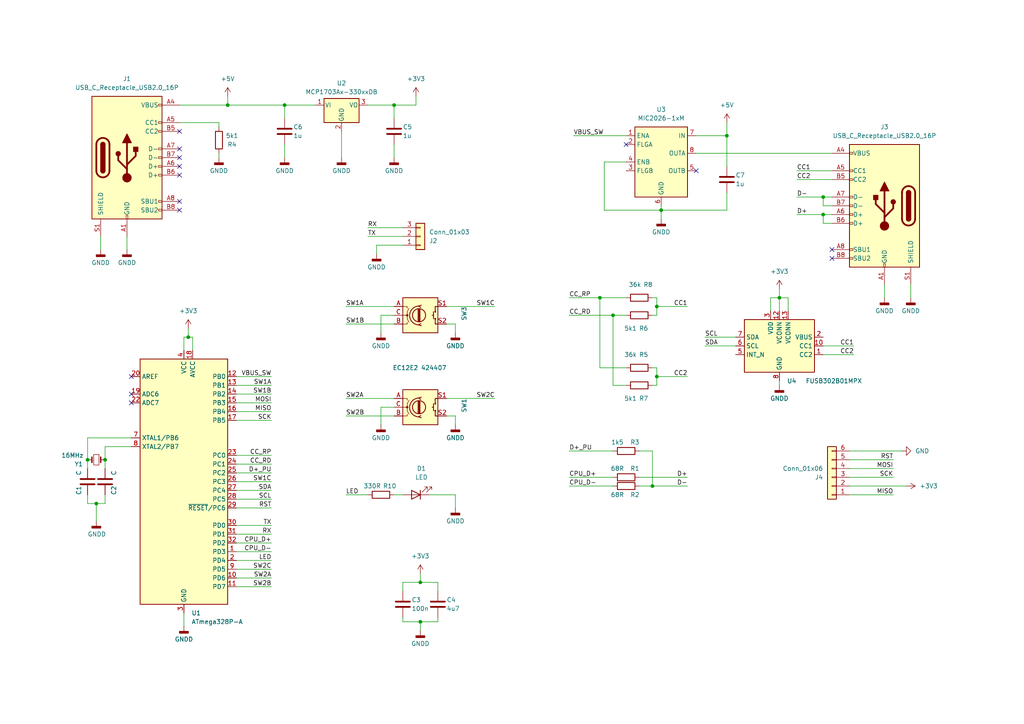
<source format=kicad_sch>
(kicad_sch (version 20230121) (generator eeschema)
  (paper "A4")
  (title_block (title "phonectl") (date "2024-03-20") (rev "2.0"))
  (lib_symbols
    (symbol "Connector:USB_C_Receptacle_USB2.0_16P" (pin_names (offset 1.016))
      (property "Reference" "J" (at 0 22.225 0))
      (property "Value" "USB_C_Receptacle_USB2.0_16P" (at 0 19.685 0))
      (symbol "USB_C_Receptacle_USB2.0_16P_0_0"
        (rectangle (start -0.254 -17.78) (end 0.254 -16.764))
        (rectangle (start 10.16 -14.986) (end 9.144 -15.494))
        (rectangle (start 10.16 -12.446) (end 9.144 -12.954))
        (rectangle (start 10.16 -4.826) (end 9.144 -5.334))
        (rectangle (start 10.16 -2.286) (end 9.144 -2.794))
        (rectangle (start 10.16 0.254) (end 9.144 -0.254))
        (rectangle (start 10.16 2.794) (end 9.144 2.286))
        (rectangle (start 10.16 7.874) (end 9.144 7.366))
        (rectangle (start 10.16 10.414) (end 9.144 9.906))
        (rectangle (start 10.16 15.494) (end 9.144 14.986))
      )
      (symbol "USB_C_Receptacle_USB2.0_16P_0_1"
        (rectangle (start -10.16 17.78) (end 10.16 -17.78) (stroke (width 0.254)) (fill (type background)))
        (arc (start -8.89 -3.81) (mid -6.985 -5.7067) (end -5.08 -3.81) (stroke (width 0.508)))
        (arc (start -7.62 -3.81) (mid -6.985 -4.4423) (end -6.35 -3.81) (stroke (width 0.254)))
        (arc (start -7.62 -3.81) (mid -6.985 -4.4423) (end -6.35 -3.81) (stroke (width 0.254)) (fill (type outline)))
        (rectangle (start -7.62 -3.81) (end -6.35 3.81) (stroke (width 0.254)) (fill (type outline)))
        (arc (start -6.35 3.81) (mid -6.985 4.4423) (end -7.62 3.81) (stroke (width 0.254)))
        (arc (start -6.35 3.81) (mid -6.985 4.4423) (end -7.62 3.81) (stroke (width 0.254)) (fill (type outline)))
        (arc (start -5.08 3.81) (mid -6.985 5.7067) (end -8.89 3.81) (stroke (width 0.508)))
        (circle (center -2.54 1.143) (radius 0.635) (stroke (width 0.254)) (fill (type outline)))
        (circle (center 0 -5.842) (radius 1.27) (fill (type outline)))
        (polyline (pts (xy -8.89 -3.81) (xy -8.89 3.81)) (stroke (width 0.508)))
        (polyline (pts (xy -5.08 3.81) (xy -5.08 -3.81)) (stroke (width 0.508)))
        (polyline (pts (xy 0 -5.842) (xy 0 4.318)) (stroke (width 0.508)))
        (polyline (pts (xy 0 -3.302) (xy -2.54 -0.762) (xy -2.54 0.508)) (stroke (width 0.508)))
        (polyline (pts (xy 0 -2.032) (xy 2.54 0.508) (xy 2.54 1.778)) (stroke (width 0.508)))
        (polyline (pts (xy -1.27 4.318) (xy 0 6.858) (xy 1.27 4.318) (xy -1.27 4.318)) (stroke (width 0.254)) (fill (type outline)))
        (rectangle (start 1.905 1.778) (end 3.175 3.048) (stroke (width 0.254)) (fill (type outline)))
      )
      (symbol "USB_C_Receptacle_USB2.0_16P_1_1"
        (pin passive line (at 0 -22.86 90) (length 5.08) (name "GND") (number "A1"))
        (pin passive line (at 0 -22.86 90) (length 5.08) hide (name "GND") (number "A12"))
        (pin passive line (at 15.24 15.24 180) (length 5.08) (name "VBUS") (number "A4"))
        (pin bidirectional line (at 15.24 10.16 180) (length 5.08) (name "CC1") (number "A5"))
        (pin bidirectional line (at 15.24 -2.54 180) (length 5.08) (name "D+") (number "A6"))
        (pin bidirectional line (at 15.24 2.54 180) (length 5.08) (name "D-") (number "A7"))
        (pin bidirectional line (at 15.24 -12.7 180) (length 5.08) (name "SBU1") (number "A8"))
        (pin passive line (at 15.24 15.24 180) (length 5.08) hide (name "VBUS") (number "A9"))
        (pin passive line (at 0 -22.86 90) (length 5.08) hide (name "GND") (number "B1"))
        (pin passive line (at 0 -22.86 90) (length 5.08) hide (name "GND") (number "B12"))
        (pin passive line (at 15.24 15.24 180) (length 5.08) hide (name "VBUS") (number "B4"))
        (pin bidirectional line (at 15.24 7.62 180) (length 5.08) (name "CC2") (number "B5"))
        (pin bidirectional line (at 15.24 -5.08 180) (length 5.08) (name "D+") (number "B6"))
        (pin bidirectional line (at 15.24 0 180) (length 5.08) (name "D-") (number "B7"))
        (pin bidirectional line (at 15.24 -15.24 180) (length 5.08) (name "SBU2") (number "B8"))
        (pin passive line (at 15.24 15.24 180) (length 5.08) hide (name "VBUS") (number "B9"))
        (pin passive line (at -7.62 -22.86 90) (length 5.08) (name "SHIELD") (number "S1"))
      )
    )
    (symbol "Connector_Generic:Conn_01x03" (pin_names (offset 1.016) hide)
      (property "Reference" "J" (at 0 5.08 0))
      (property "Value" "Conn_01x03" (at 0 -5.08 0))
      (symbol "Conn_01x03_1_1"
        (rectangle (start -1.27 -2.413) (end 0 -2.667) (stroke (width 0.1524)))
        (rectangle (start -1.27 0.127) (end 0 -0.127) (stroke (width 0.1524)))
        (rectangle (start -1.27 2.667) (end 0 2.413) (stroke (width 0.1524)))
        (rectangle (start -1.27 3.81) (end 1.27 -3.81) (stroke (width 0.254)) (fill (type background)))
        (pin passive line (at -5.08 2.54 0) (length 3.81) (name "Pin_1") (number "1"))
        (pin passive line (at -5.08 0 0) (length 3.81) (name "Pin_2") (number "2"))
        (pin passive line (at -5.08 -2.54 0) (length 3.81) (name "Pin_3") (number "3"))
      )
    )
    (symbol "Connector_Generic:Conn_01x06" (pin_names (offset 1.016) hide)
      (property "Reference" "J" (at 0 7.62 0))
      (property "Value" "Conn_01x06" (at 0 -10.16 0))
      (symbol "Conn_01x06_1_1"
        (rectangle (start -1.27 -7.493) (end 0 -7.747) (stroke (width 0.1524)))
        (rectangle (start -1.27 -4.953) (end 0 -5.207) (stroke (width 0.1524)))
        (rectangle (start -1.27 -2.413) (end 0 -2.667) (stroke (width 0.1524)))
        (rectangle (start -1.27 0.127) (end 0 -0.127) (stroke (width 0.1524)))
        (rectangle (start -1.27 2.667) (end 0 2.413) (stroke (width 0.1524)))
        (rectangle (start -1.27 5.207) (end 0 4.953) (stroke (width 0.1524)))
        (rectangle (start -1.27 6.35) (end 1.27 -8.89) (stroke (width 0.254)) (fill (type background)))
        (pin passive line (at -5.08 5.08 0) (length 3.81) (name "Pin_1") (number "1"))
        (pin passive line (at -5.08 2.54 0) (length 3.81) (name "Pin_2") (number "2"))
        (pin passive line (at -5.08 0 0) (length 3.81) (name "Pin_3") (number "3"))
        (pin passive line (at -5.08 -2.54 0) (length 3.81) (name "Pin_4") (number "4"))
        (pin passive line (at -5.08 -5.08 0) (length 3.81) (name "Pin_5") (number "5"))
        (pin passive line (at -5.08 -7.62 0) (length 3.81) (name "Pin_6") (number "6"))
      )
    )
    (symbol "Device:C" (pin_numbers hide) (pin_names (offset 0.254))
      (property "Reference" "C" (at 0.635 2.54 0))
      (property "Value" "C" (at 0.635 -2.54 0))
      (symbol "C_0_1"
        (polyline (pts (xy -2.032 -0.762) (xy 2.032 -0.762)) (stroke (width 0.508)))
        (polyline (pts (xy -2.032 0.762) (xy 2.032 0.762)) (stroke (width 0.508)))
      )
      (symbol "C_1_1"
        (pin passive line (at 0 3.81 270) (length 2.794) (name "~") (number "1"))
        (pin passive line (at 0 -3.81 90) (length 2.794) (name "~") (number "2"))
      )
    )
    (symbol "Device:Crystal_Small" (pin_numbers hide) (pin_names (offset 1.016) hide)
      (property "Reference" "Y" (at 0 2.54 0))
      (property "Value" "Crystal_Small" (at 0 -2.54 0))
      (symbol "Crystal_Small_0_1"
        (rectangle (start -0.762 -1.524) (end 0.762 1.524))
        (polyline (pts (xy -1.27 -0.762) (xy -1.27 0.762)) (stroke (width 0.381)))
        (polyline (pts (xy 1.27 -0.762) (xy 1.27 0.762)) (stroke (width 0.381)))
      )
      (symbol "Crystal_Small_1_1"
        (pin passive line (at -2.54 0 0) (length 1.27) (name "1") (number "1"))
        (pin passive line (at 2.54 0 180) (length 1.27) (name "2") (number "2"))
      )
    )
    (symbol "Device:LED" (pin_numbers hide) (pin_names (offset 1.016) hide)
      (property "Reference" "D" (at 0 2.54 0))
      (property "Value" "LED" (at 0 -2.54 0))
      (symbol "LED_0_1"
        (polyline (pts (xy -1.27 -1.27) (xy -1.27 1.27)) (stroke (width 0.254)))
        (polyline (pts (xy -1.27 0) (xy 1.27 0)))
        (polyline (pts (xy 1.27 -1.27) (xy 1.27 1.27) (xy -1.27 0) (xy 1.27 -1.27)) (stroke (width 0.254)))
        (polyline (pts (xy -3.048 -0.762) (xy -4.572 -2.286) (xy -3.81 -2.286) (xy -4.572 -2.286) (xy -4.572 -1.524)))
        (polyline (pts (xy -1.778 -0.762) (xy -3.302 -2.286) (xy -2.54 -2.286) (xy -3.302 -2.286) (xy -3.302 -1.524)))
      )
      (symbol "LED_1_1"
        (pin passive line (at -3.81 0 0) (length 2.54) (name "K") (number "1"))
        (pin passive line (at 3.81 0 180) (length 2.54) (name "A") (number "2"))
      )
    )
    (symbol "Device:R" (pin_numbers hide) (pin_names (offset 0))
      (property "Reference" "R" (at 2.032 0 90))
      (property "Value" "R" (at 0 0 90))
      (symbol "R_0_1"
        (rectangle (start -1.016 -2.54) (end 1.016 2.54) (stroke (width 0.254)))
      )
      (symbol "R_1_1"
        (pin passive line (at 0 3.81 270) (length 1.27) (name "~") (number "1"))
        (pin passive line (at 0 -3.81 90) (length 1.27) (name "~") (number "2"))
      )
    )
    (symbol "Device:RotaryEncoder_Switch" (pin_names (offset 0.254) hide)
      (property "Reference" "SW" (at 0 6.604 0))
      (property "Value" "RotaryEncoder_Switch" (at 0 -6.604 0))
      (symbol "RotaryEncoder_Switch_0_1"
        (rectangle (start -5.08 5.08) (end 5.08 -5.08) (stroke (width 0.254)) (fill (type background)))
        (circle (center -3.81 0) (radius 0.254) (fill (type outline)))
        (circle (center -0.381 0) (radius 1.905) (stroke (width 0.254)))
        (arc (start -0.381 2.667) (mid -3.0988 -0.0635) (end -0.381 -2.794) (stroke (width 0.254)))
        (polyline (pts (xy -0.635 -1.778) (xy -0.635 1.778)) (stroke (width 0.254)))
        (polyline (pts (xy -0.381 -1.778) (xy -0.381 1.778)) (stroke (width 0.254)))
        (polyline (pts (xy -0.127 1.778) (xy -0.127 -1.778)) (stroke (width 0.254)))
        (polyline (pts (xy 3.81 0) (xy 3.429 0)) (stroke (width 0.254)))
        (polyline (pts (xy 3.81 1.016) (xy 3.81 -1.016)) (stroke (width 0.254)))
        (polyline (pts (xy -5.08 -2.54) (xy -3.81 -2.54) (xy -3.81 -2.032)))
        (polyline (pts (xy -5.08 2.54) (xy -3.81 2.54) (xy -3.81 2.032)))
        (polyline (pts (xy 0.254 -3.048) (xy -0.508 -2.794) (xy 0.127 -2.413)) (stroke (width 0.254)))
        (polyline (pts (xy 0.254 2.921) (xy -0.508 2.667) (xy 0.127 2.286)) (stroke (width 0.254)))
        (polyline (pts (xy 5.08 -2.54) (xy 4.318 -2.54) (xy 4.318 -1.016)) (stroke (width 0.254)))
        (polyline (pts (xy 5.08 2.54) (xy 4.318 2.54) (xy 4.318 1.016)) (stroke (width 0.254)))
        (polyline (pts (xy -5.08 0) (xy -3.81 0) (xy -3.81 -1.016) (xy -3.302 -2.032)))
        (polyline (pts (xy -4.318 0) (xy -3.81 0) (xy -3.81 1.016) (xy -3.302 2.032)))
        (circle (center 4.318 -1.016) (radius 0.127) (stroke (width 0.254)))
        (circle (center 4.318 1.016) (radius 0.127) (stroke (width 0.254)))
      )
      (symbol "RotaryEncoder_Switch_1_1"
        (pin passive line (at -7.62 2.54 0) (length 2.54) (name "A") (number "A"))
        (pin passive line (at -7.62 -2.54 0) (length 2.54) (name "B") (number "B"))
        (pin passive line (at -7.62 0 0) (length 2.54) (name "C") (number "C"))
        (pin passive line (at 7.62 2.54 180) (length 2.54) (name "S1") (number "S1"))
        (pin passive line (at 7.62 -2.54 180) (length 2.54) (name "S2") (number "S2"))
      )
    )
    (symbol "Interface_USB:FUSB302B01MPX"
      (property "Reference" "U" (at -10.16 8.89 0))
      (property "Value" "FUSB302B01MPX" (at 3.81 8.89 0))
      (symbol "FUSB302B01MPX_0_1"
        (rectangle (start -10.16 7.62) (end 10.16 -7.62) (stroke (width 0.254)) (fill (type background)))
      )
      (symbol "FUSB302B01MPX_1_1"
        (pin bidirectional line (at 12.7 -2.54 180) (length 2.54) (name "CC2") (number "1"))
        (pin bidirectional line (at 12.7 0 180) (length 2.54) (name "CC1") (number "10"))
        (pin bidirectional line (at 12.7 0 180) (length 2.54) hide (name "CC1") (number "11"))
        (pin power_in line (at 0 10.16 270) (length 2.54) (name "VCONN") (number "12"))
        (pin power_in line (at 2.54 10.16 270) (length 2.54) (name "VCONN") (number "13"))
        (pin bidirectional line (at 12.7 -2.54 180) (length 2.54) hide (name "CC2") (number "14"))
        (pin passive line (at 0 -10.16 90) (length 2.54) hide (name "GND") (number "15"))
        (pin input line (at 12.7 2.54 180) (length 2.54) (name "VBUS") (number "2"))
        (pin power_in line (at -2.54 10.16 270) (length 2.54) (name "VDD") (number "3"))
        (pin passive line (at -2.54 10.16 270) (length 2.54) hide (name "VDD") (number "4"))
        (pin open_collector line (at -12.7 -2.54 0) (length 2.54) (name "INT_N") (number "5"))
        (pin input line (at -12.7 0 0) (length 2.54) (name "SCL") (number "6"))
        (pin bidirectional line (at -12.7 2.54 0) (length 2.54) (name "SDA") (number "7"))
        (pin power_in line (at 0 -10.16 90) (length 2.54) (name "GND") (number "8"))
        (pin passive line (at 0 -10.16 90) (length 2.54) hide (name "GND") (number "9"))
      )
    )
    (symbol "MCU_Microchip_ATmega:ATmega328P-A"
      (property "Reference" "U1" (at 2.1941 -38.1 0))
      (property "Value" "ATmega328P-A" (at 2.1941 -40.64 0))
      (symbol "ATmega328P-A_0_1"
        (rectangle (start -12.7 -35.56) (end 12.7 35.56) (stroke (width 0.254)) (fill (type background)))
      )
      (symbol "ATmega328P-A_1_1"
        (pin bidirectional line (at 15.24 -20.32 180) (length 2.54) (name "PD3") (number "1"))
        (pin bidirectional line (at 15.24 -27.94 180) (length 2.54) (name "PD6") (number "10"))
        (pin bidirectional line (at 15.24 -30.48 180) (length 2.54) (name "PD7") (number "11"))
        (pin bidirectional line (at 15.24 30.48 180) (length 2.54) (name "PB0") (number "12"))
        (pin bidirectional line (at 15.24 27.94 180) (length 2.54) (name "PB1") (number "13"))
        (pin bidirectional line (at 15.24 25.4 180) (length 2.54) (name "PB2") (number "14"))
        (pin bidirectional line (at 15.24 22.86 180) (length 2.54) (name "PB3") (number "15"))
        (pin bidirectional line (at 15.24 20.32 180) (length 2.54) (name "PB4") (number "16"))
        (pin bidirectional line (at 15.24 17.78 180) (length 2.54) (name "PB5") (number "17"))
        (pin power_in line (at 2.54 38.1 270) (length 2.54) (name "AVCC") (number "18"))
        (pin input line (at -15.24 25.4 0) (length 2.54) (name "ADC6") (number "19"))
        (pin bidirectional line (at 15.24 -22.86 180) (length 2.54) (name "PD4") (number "2"))
        (pin passive line (at -15.24 30.48 0) (length 2.54) (name "AREF") (number "20"))
        (pin passive line (at 0 -38.1 90) (length 2.54) hide (name "GND") (number "21"))
        (pin input line (at -15.24 22.86 0) (length 2.54) (name "ADC7") (number "22"))
        (pin bidirectional line (at 15.24 7.62 180) (length 2.54) (name "PC0") (number "23"))
        (pin bidirectional line (at 15.24 5.08 180) (length 2.54) (name "PC1") (number "24"))
        (pin bidirectional line (at 15.24 2.54 180) (length 2.54) (name "PC2") (number "25"))
        (pin bidirectional line (at 15.24 0 180) (length 2.54) (name "PC3") (number "26"))
        (pin bidirectional line (at 15.24 -2.54 180) (length 2.54) (name "PC4") (number "27"))
        (pin bidirectional line (at 15.24 -5.08 180) (length 2.54) (name "PC5") (number "28"))
        (pin bidirectional line (at 15.24 -7.62 180) (length 2.54) (name "~{RESET}/PC6") (number "29"))
        (pin power_in line (at 0 -38.1 90) (length 2.54) (name "GND") (number "3"))
        (pin bidirectional line (at 15.24 -12.7 180) (length 2.54) (name "PD0") (number "30"))
        (pin bidirectional line (at 15.24 -15.24 180) (length 2.54) (name "PD1") (number "31"))
        (pin bidirectional line (at 15.24 -17.78 180) (length 2.54) (name "PD2") (number "32"))
        (pin power_in line (at 0 38.1 270) (length 2.54) (name "VCC") (number "4"))
        (pin passive line (at 0 -38.1 90) (length 2.54) hide (name "GND") (number "5"))
        (pin passive line (at 0 38.1 270) (length 2.54) hide (name "VCC") (number "6"))
        (pin bidirectional line (at -15.24 12.7 0) (length 2.54) (name "XTAL1/PB6") (number "7"))
        (pin bidirectional line (at -15.24 10.16 0) (length 2.54) (name "XTAL2/PB7") (number "8"))
        (pin bidirectional line (at 15.24 -25.4 180) (length 2.54) (name "PD5") (number "9"))
      )
    )
    (symbol "Power_Management:MIC2026-1xM"
      (property "Reference" "U" (at -7.62 11.43 0))
      (property "Value" "MIC2026-1xM" (at 12.7 11.43 0))
      (symbol "MIC2026-1xM_0_1"
        (rectangle (start -7.62 -10.16) (end 7.62 10.16) (stroke (width 0.254)) (fill (type background)))
      )
      (symbol "MIC2026-1xM_1_1"
        (pin input line (at -10.16 7.62 0) (length 2.54) (name "ENA") (number "1"))
        (pin output line (at -10.16 5.08 0) (length 2.54) (name "FLGA") (number "2"))
        (pin output line (at -10.16 -2.54 0) (length 2.54) (name "FLGB") (number "3"))
        (pin input line (at -10.16 0 0) (length 2.54) (name "ENB") (number "4"))
        (pin power_out line (at 10.16 -2.54 180) (length 2.54) (name "OUTB") (number "5"))
        (pin power_in line (at 0 -12.7 90) (length 2.54) (name "GND") (number "6"))
        (pin power_in line (at 10.16 7.62 180) (length 2.54) (name "IN") (number "7"))
        (pin power_out line (at 10.16 2.54 180) (length 2.54) (name "OUTA") (number "8"))
      )
    )
    (symbol "Regulator_Linear:MCP1703Ax-330xxDB" (pin_names (offset 0.254))
      (property "Reference" "U" (at -3.81 3.175 0))
      (property "Value" "MCP1703Ax-330xxDB" (at 0 3.175 0))
      (symbol "MCP1703Ax-330xxDB_0_1"
        (rectangle (start -5.08 -5.08) (end 5.08 1.905) (stroke (width 0.254)) (fill (type background)))
      )
      (symbol "MCP1703Ax-330xxDB_1_1"
        (pin power_in line (at -7.62 0 0) (length 2.54) (name "VI") (number "1"))
        (pin power_in line (at 0 -7.62 90) (length 2.54) (name "GND") (number "2"))
        (pin power_out line (at 7.62 0 180) (length 2.54) (name "VO") (number "3"))
      )
    )
    (symbol "power:+3V3" (power) (pin_names (offset 0))
      (property "Value" "+3V3" (at 0 3.556 0))
      (symbol "+3V3_0_1"
        (polyline (pts (xy -0.762 1.27) (xy 0 2.54)))
        (polyline (pts (xy 0 0) (xy 0 2.54)))
        (polyline (pts (xy 0 2.54) (xy 0.762 1.27)))
      )
      (symbol "+3V3_1_1"
        (pin power_in line (at 0 0 90) (length 0) hide (name "+3V3") (number "1"))
      )
    )
    (symbol "power:+5V" (power) (pin_names (offset 0))
      (property "Value" "+5V" (at 0 3.556 0))
      (symbol "+5V_0_1"
        (polyline (pts (xy -0.762 1.27) (xy 0 2.54)))
        (polyline (pts (xy 0 0) (xy 0 2.54)))
        (polyline (pts (xy 0 2.54) (xy 0.762 1.27)))
      )
      (symbol "+5V_1_1"
        (pin power_in line (at 0 0 90) (length 0) hide (name "+5V") (number "1"))
      )
    )
    (symbol "power:GND" (power) (pin_names (offset 0))
      (property "Value" "GND" (at 0 -3.81 0))
      (symbol "GND_0_1"
        (polyline (pts (xy 0 0) (xy 0 -1.27) (xy 1.27 -1.27) (xy 0 -2.54) (xy -1.27 -1.27) (xy 0 -1.27)))
      )
      (symbol "GND_1_1"
        (pin power_in line (at 0 0 270) (length 0) hide (name "GND") (number "1"))
      )
    )
    (symbol "power:GNDD" (power) (pin_names (offset 0))
      (property "Value" "GNDD" (at 0 -3.175 0))
      (symbol "GNDD_0_1"
        (rectangle (start -1.27 -1.524) (end 1.27 -2.032) (stroke (width 0.254)) (fill (type outline)))
        (polyline (pts (xy 0 0) (xy 0 -1.524)))
      )
      (symbol "GNDD_1_1"
        (pin power_in line (at 0 0 270) (length 0) hide (name "GNDD") (number "1"))
      )
    )
  )
  (junction (at 191.77 60.96))
  (junction (at 190.5 88.9))
  (junction (at 30.48 133.35))
  (junction (at 226.06 86.36))
  (junction (at 238.76 57.15))
  (junction (at 82.55 30.48))
  (junction (at 114.3 30.48))
  (junction (at 54.61 97.79))
  (junction (at 25.4 133.35))
  (junction (at 177.8 91.44))
  (junction (at 210.82 39.37))
  (junction (at 238.76 62.23))
  (junction (at 189.23 140.97))
  (junction (at 66.04 30.48))
  (junction (at 121.92 180.34))
  (junction (at 190.5 109.22))
  (junction (at 121.92 168.91))
  (junction (at 27.94 146.05))
  (junction (at 173.99 86.36))
  (no_connect (at 201.93 49.53))
  (no_connect (at 38.1 116.84))
  (no_connect (at 241.3 72.39))
  (no_connect (at 52.07 38.1))
  (no_connect (at 38.1 114.3))
  (no_connect (at 241.3 74.93))
  (no_connect (at 52.07 60.96))
  (no_connect (at 181.61 41.91))
  (no_connect (at 52.07 48.26))
  (no_connect (at 52.07 58.42))
  (no_connect (at 52.07 50.8))
  (no_connect (at 38.1 109.22))
  (no_connect (at 52.07 43.18))
  (no_connect (at 52.07 45.72))
  (wire (pts (xy 238.76 102.87) (xy 247.65 102.87)))
  (wire (pts (xy 124.46 143.51) (xy 132.08 143.51)))
  (wire (pts (xy 66.04 27.94) (xy 66.04 30.48)))
  (wire (pts (xy 68.58 144.78) (xy 78.74 144.78)))
  (wire (pts (xy 114.3 91.44) (xy 110.49 91.44)))
  (wire (pts (xy 68.58 157.48) (xy 78.74 157.48)))
  (wire (pts (xy 116.84 179.07) (xy 116.84 180.34)))
  (wire (pts (xy 127 180.34) (xy 127 179.07)))
  (wire (pts (xy 132.08 93.98) (xy 132.08 96.52)))
  (wire (pts (xy 109.22 71.12) (xy 116.84 71.12)))
  (wire (pts (xy 100.33 115.57) (xy 114.3 115.57)))
  (wire (pts (xy 53.34 177.8) (xy 53.34 181.61)))
  (wire (pts (xy 68.58 142.24) (xy 78.74 142.24)))
  (wire (pts (xy 210.82 55.88) (xy 210.82 60.96)))
  (wire (pts (xy 30.48 133.35) (xy 30.48 129.54)))
  (wire (pts (xy 189.23 130.81) (xy 189.23 140.97)))
  (wire (pts (xy 55.88 97.79) (xy 55.88 101.6)))
  (wire (pts (xy 177.8 111.76) (xy 181.61 111.76)))
  (wire (pts (xy 100.33 93.98) (xy 114.3 93.98)))
  (wire (pts (xy 238.76 57.15) (xy 231.14 57.15)))
  (wire (pts (xy 143.51 88.9) (xy 129.54 88.9)))
  (wire (pts (xy 241.3 62.23) (xy 238.76 62.23)))
  (wire (pts (xy 228.6 86.36) (xy 228.6 90.17)))
  (wire (pts (xy 173.99 106.68) (xy 181.61 106.68)))
  (wire (pts (xy 165.1 140.97) (xy 177.8 140.97)))
  (wire (pts (xy 100.33 88.9) (xy 114.3 88.9)))
  (wire (pts (xy 210.82 35.56) (xy 210.82 39.37)))
  (wire (pts (xy 177.8 91.44) (xy 181.61 91.44)))
  (wire (pts (xy 189.23 91.44) (xy 190.5 91.44)))
  (wire (pts (xy 210.82 39.37) (xy 201.93 39.37)))
  (wire (pts (xy 132.08 120.65) (xy 132.08 123.19)))
  (wire (pts (xy 238.76 59.69) (xy 241.3 59.69)))
  (wire (pts (xy 226.06 110.49) (xy 226.06 111.76)))
  (wire (pts (xy 52.07 35.56) (xy 63.5 35.56)))
  (wire (pts (xy 100.33 143.51) (xy 106.68 143.51)))
  (wire (pts (xy 259.08 135.89) (xy 246.38 135.89)))
  (wire (pts (xy 30.48 133.35) (xy 30.48 135.89)))
  (wire (pts (xy 226.06 86.36) (xy 228.6 86.36)))
  (wire (pts (xy 68.58 160.02) (xy 78.74 160.02)))
  (wire (pts (xy 82.55 30.48) (xy 91.44 30.48)))
  (wire (pts (xy 129.54 120.65) (xy 132.08 120.65)))
  (wire (pts (xy 68.58 147.32) (xy 78.74 147.32)))
  (wire (pts (xy 53.34 101.6) (xy 53.34 97.79)))
  (wire (pts (xy 78.74 167.64) (xy 68.58 167.64)))
  (wire (pts (xy 106.68 30.48) (xy 114.3 30.48)))
  (wire (pts (xy 181.61 46.99) (xy 175.26 46.99)))
  (wire (pts (xy 82.55 41.91) (xy 82.55 45.72)))
  (wire (pts (xy 120.65 30.48) (xy 120.65 27.94)))
  (wire (pts (xy 114.3 30.48) (xy 120.65 30.48)))
  (wire (pts (xy 213.36 100.33) (xy 204.47 100.33)))
  (wire (pts (xy 78.74 170.18) (xy 68.58 170.18)))
  (wire (pts (xy 175.26 46.99) (xy 175.26 60.96)))
  (wire (pts (xy 127 168.91) (xy 127 171.45)))
  (wire (pts (xy 68.58 137.16) (xy 78.74 137.16)))
  (wire (pts (xy 78.74 111.76) (xy 68.58 111.76)))
  (wire (pts (xy 259.08 133.35) (xy 246.38 133.35)))
  (wire (pts (xy 68.58 152.4) (xy 78.74 152.4)))
  (wire (pts (xy 185.42 130.81) (xy 189.23 130.81)))
  (wire (pts (xy 29.21 68.58) (xy 29.21 72.39)))
  (wire (pts (xy 238.76 57.15) (xy 238.76 59.69)))
  (wire (pts (xy 190.5 86.36) (xy 190.5 88.9)))
  (wire (pts (xy 190.5 109.22) (xy 199.39 109.22)))
  (wire (pts (xy 173.99 86.36) (xy 181.61 86.36)))
  (wire (pts (xy 190.5 88.9) (xy 199.39 88.9)))
  (wire (pts (xy 68.58 119.38) (xy 78.74 119.38)))
  (wire (pts (xy 226.06 86.36) (xy 226.06 90.17)))
  (wire (pts (xy 259.08 143.51) (xy 246.38 143.51)))
  (wire (pts (xy 27.94 146.05) (xy 27.94 151.13)))
  (wire (pts (xy 53.34 97.79) (xy 54.61 97.79)))
  (wire (pts (xy 199.39 140.97) (xy 189.23 140.97)))
  (wire (pts (xy 201.93 44.45) (xy 241.3 44.45)))
  (wire (pts (xy 38.1 127) (xy 25.4 127)))
  (wire (pts (xy 264.16 82.55) (xy 264.16 86.36)))
  (wire (pts (xy 210.82 39.37) (xy 210.82 48.26)))
  (wire (pts (xy 165.1 130.81) (xy 177.8 130.81)))
  (wire (pts (xy 121.92 180.34) (xy 121.92 182.88)))
  (wire (pts (xy 238.76 62.23) (xy 231.14 62.23)))
  (wire (pts (xy 116.84 66.04) (xy 106.68 66.04)))
  (wire (pts (xy 100.33 120.65) (xy 114.3 120.65)))
  (wire (pts (xy 175.26 60.96) (xy 191.77 60.96)))
  (wire (pts (xy 121.92 180.34) (xy 127 180.34)))
  (wire (pts (xy 114.3 118.11) (xy 110.49 118.11)))
  (wire (pts (xy 68.58 121.92) (xy 78.74 121.92)))
  (wire (pts (xy 213.36 97.79) (xy 204.47 97.79)))
  (wire (pts (xy 166.37 39.37) (xy 181.61 39.37)))
  (wire (pts (xy 114.3 143.51) (xy 116.84 143.51)))
  (wire (pts (xy 54.61 97.79) (xy 55.88 97.79)))
  (wire (pts (xy 68.58 116.84) (xy 78.74 116.84)))
  (wire (pts (xy 246.38 140.97) (xy 262.89 140.97)))
  (wire (pts (xy 132.08 143.51) (xy 132.08 147.32)))
  (wire (pts (xy 38.1 129.54) (xy 30.48 129.54)))
  (wire (pts (xy 68.58 162.56) (xy 78.74 162.56)))
  (wire (pts (xy 25.4 133.35) (xy 25.4 135.89)))
  (wire (pts (xy 238.76 62.23) (xy 238.76 64.77)))
  (wire (pts (xy 116.84 171.45) (xy 116.84 168.91)))
  (wire (pts (xy 68.58 154.94) (xy 78.74 154.94)))
  (wire (pts (xy 189.23 106.68) (xy 190.5 106.68)))
  (wire (pts (xy 110.49 118.11) (xy 110.49 123.19)))
  (wire (pts (xy 116.84 168.91) (xy 121.92 168.91)))
  (wire (pts (xy 82.55 30.48) (xy 82.55 34.29)))
  (wire (pts (xy 30.48 143.51) (xy 30.48 146.05)))
  (wire (pts (xy 241.3 52.07) (xy 231.14 52.07)))
  (wire (pts (xy 165.1 86.36) (xy 173.99 86.36)))
  (wire (pts (xy 25.4 143.51) (xy 25.4 146.05)))
  (wire (pts (xy 54.61 95.25) (xy 54.61 97.79)))
  (wire (pts (xy 256.54 82.55) (xy 256.54 86.36)))
  (wire (pts (xy 121.92 168.91) (xy 127 168.91)))
  (wire (pts (xy 226.06 83.82) (xy 226.06 86.36)))
  (wire (pts (xy 63.5 44.45) (xy 63.5 45.72)))
  (wire (pts (xy 189.23 86.36) (xy 190.5 86.36)))
  (wire (pts (xy 177.8 91.44) (xy 177.8 111.76)))
  (wire (pts (xy 116.84 68.58) (xy 106.68 68.58)))
  (wire (pts (xy 223.52 90.17) (xy 223.52 86.36)))
  (wire (pts (xy 52.07 30.48) (xy 66.04 30.48)))
  (wire (pts (xy 190.5 106.68) (xy 190.5 109.22)))
  (wire (pts (xy 68.58 132.08) (xy 78.74 132.08)))
  (wire (pts (xy 173.99 86.36) (xy 173.99 106.68)))
  (wire (pts (xy 241.3 57.15) (xy 238.76 57.15)))
  (wire (pts (xy 191.77 59.69) (xy 191.77 60.96)))
  (wire (pts (xy 68.58 109.22) (xy 78.74 109.22)))
  (wire (pts (xy 259.08 138.43) (xy 246.38 138.43)))
  (wire (pts (xy 78.74 165.1) (xy 68.58 165.1)))
  (wire (pts (xy 78.74 114.3) (xy 68.58 114.3)))
  (wire (pts (xy 110.49 91.44) (xy 110.49 96.52)))
  (wire (pts (xy 241.3 64.77) (xy 238.76 64.77)))
  (wire (pts (xy 109.22 73.66) (xy 109.22 71.12)))
  (wire (pts (xy 189.23 111.76) (xy 190.5 111.76)))
  (wire (pts (xy 189.23 140.97) (xy 185.42 140.97)))
  (wire (pts (xy 238.76 100.33) (xy 247.65 100.33)))
  (wire (pts (xy 121.92 166.37) (xy 121.92 168.91)))
  (wire (pts (xy 129.54 93.98) (xy 132.08 93.98)))
  (wire (pts (xy 68.58 134.62) (xy 78.74 134.62)))
  (wire (pts (xy 191.77 60.96) (xy 191.77 63.5)))
  (wire (pts (xy 165.1 91.44) (xy 177.8 91.44)))
  (wire (pts (xy 25.4 127) (xy 25.4 133.35)))
  (wire (pts (xy 116.84 180.34) (xy 121.92 180.34)))
  (wire (pts (xy 99.06 38.1) (xy 99.06 45.72)))
  (wire (pts (xy 114.3 41.91) (xy 114.3 45.72)))
  (wire (pts (xy 241.3 49.53) (xy 231.14 49.53)))
  (wire (pts (xy 261.62 130.81) (xy 246.38 130.81)))
  (wire (pts (xy 63.5 35.56) (xy 63.5 36.83)))
  (wire (pts (xy 114.3 30.48) (xy 114.3 34.29)))
  (wire (pts (xy 190.5 88.9) (xy 190.5 91.44)))
  (wire (pts (xy 27.94 146.05) (xy 30.48 146.05)))
  (wire (pts (xy 185.42 138.43) (xy 199.39 138.43)))
  (wire (pts (xy 143.51 115.57) (xy 129.54 115.57)))
  (wire (pts (xy 210.82 60.96) (xy 191.77 60.96)))
  (wire (pts (xy 190.5 109.22) (xy 190.5 111.76)))
  (wire (pts (xy 66.04 30.48) (xy 82.55 30.48)))
  (wire (pts (xy 223.52 86.36) (xy 226.06 86.36)))
  (wire (pts (xy 165.1 138.43) (xy 177.8 138.43)))
  (wire (pts (xy 25.4 146.05) (xy 27.94 146.05)))
  (wire (pts (xy 78.74 139.7) (xy 68.58 139.7)))
  (wire (pts (xy 36.83 68.58) (xy 36.83 72.39)))
  (label "CC1" (at 247.65 100.33 180))
  (label "RX" (at 78.74 154.94 180))
  (label "SW1A" (at 78.74 111.76 180))
  (label "VBUS_SW" (at 166.37 39.37 0))
  (label "CC2" (at 199.39 109.22 180))
  (label "SW2A" (at 100.33 115.57 0))
  (label "CC_RD" (at 165.1 91.44 0))
  (label "SW2B" (at 100.33 120.65 0))
  (label "D+" (at 231.14 62.23 0))
  (label "D-" (at 231.14 57.15 0))
  (label "SW2C" (at 143.51 115.57 180))
  (label "LED" (at 78.74 162.56 180))
  (label "D+_PU" (at 78.74 137.16 180))
  (label "CC1" (at 231.14 49.53 0))
  (label "RST" (at 259.08 133.35 180))
  (label "SW2A" (at 78.74 167.64 180))
  (label "SW1B" (at 78.74 114.3 180))
  (label "CPU_D-" (at 165.1 140.97 0))
  (label "SW1C" (at 143.51 88.9 180))
  (label "RST" (at 78.74 147.32 180))
  (label "SW1C" (at 78.74 139.7 180))
  (label "CC_RP" (at 165.1 86.36 0))
  (label "CC_RP" (at 78.74 132.08 180))
  (label "SDA" (at 78.74 142.24 180))
  (label "RX" (at 106.68 66.04 0))
  (label "SDA" (at 204.47 100.33 0))
  (label "MISO" (at 78.74 119.38 180))
  (label "SCK" (at 259.08 138.43 180))
  (label "CPU_D+" (at 165.1 138.43 0))
  (label "SW2B" (at 78.74 170.18 180))
  (label "SCL" (at 204.47 97.79 0))
  (label "D+" (at 199.39 138.43 180))
  (label "SCK" (at 78.74 121.92 180))
  (label "D+_PU" (at 165.1 130.81 0))
  (label "CC_RD" (at 78.74 134.62 180))
  (label "D-" (at 199.39 140.97 180))
  (label "CC2" (at 231.14 52.07 0))
  (label "CPU_D-" (at 78.74 160.02 180))
  (label "SW1B" (at 100.33 93.98 0))
  (label "MOSI" (at 78.74 116.84 180))
  (label "MISO" (at 259.08 143.51 180))
  (label "SCL" (at 78.74 144.78 180))
  (label "MOSI" (at 259.08 135.89 180))
  (label "TX" (at 78.74 152.4 180))
  (label "CPU_D+" (at 78.74 157.48 180))
  (label "LED" (at 100.33 143.51 0))
  (label "CC1" (at 199.39 88.9 180))
  (label "VBUS_SW" (at 78.74 109.22 180))
  (label "TX" (at 106.68 68.58 0))
  (label "CC2" (at 247.65 102.87 180))
  (label "SW1A" (at 100.33 88.9 0))
  (label "SW2C" (at 78.74 165.1 180))
  (symbol (lib_id "power:GNDD") (at 29.21 72.39 0) (unit 1)
    (property "Reference" "#PWR011" (effects hide))
    (property "Value" "GNDD" (at 29.21 76.2 0))
  )
  (symbol (lib_id "power:GNDD") (at 132.08 123.19 0) (unit 1)
    (property "Reference" "#PWR019" (effects hide))
    (property "Value" "GNDD" (at 132.08 127 0))
  )
  (symbol (lib_id "Device:R") (at 181.61 130.81 270) (mirror x) (unit 1)
    (property "Reference" "R3" (at 184.15 128.27 90))
    (property "Value" "1k5" (at 179.07 128.27 90))
    (property "Footprint" "Resistor_SMD:R_0603_1608Metric" (effects hide))
  )
  (symbol (lib_id "Device:R") (at 63.5 40.64 180) (unit 1)
    (property "Reference" "R4" (at 67.31 41.91 0))
    (property "Value" "5k1" (at 67.31 39.37 0))
    (property "Footprint" "Resistor_SMD:R_0603_1608Metric" (effects hide))
  )
  (symbol (lib_id "power:+3V3") (at 120.65 27.94 0) (unit 1)
    (property "Reference" "#PWR06" (effects hide))
    (property "Value" "+3V3" (at 120.65 22.86 0))
  )
  (symbol (lib_id "power:+3V3") (at 54.61 95.25 0) (unit 1)
    (property "Reference" "#PWR020" (effects hide))
    (property "Value" "+3V3" (at 54.61 90.17 0))
  )
  (symbol (lib_id "Device:C") (at 82.55 38.1 180) (unit 1)
    (property "Reference" "C6" (at 85.09 36.83 0) (effects (justify right)))
    (property "Value" "1u" (at 85.09 39.37 0) (effects (justify right)))
    (property "Footprint" "Capacitor_SMD:C_0603_1608Metric" (effects hide))
  )
  (symbol (lib_id "Device:C") (at 25.4 139.7 0) (mirror y) (unit 1)
    (property "Reference" "C1" (at 22.86 142.24 90))
    (property "Value" "C" (at 22.86 137.16 90))
    (property "Footprint" "Capacitor_SMD:C_0603_1608Metric" (effects hide))
  )
  (symbol (lib_id "power:GNDD") (at 27.94 151.13 0) (mirror y) (unit 1)
    (property "Reference" "#PWR01" (effects hide))
    (property "Value" "GNDD" (at 25.4 154.94 0) (effects (justify right)))
  )
  (symbol (lib_id "power:GNDD") (at 132.08 96.52 0) (unit 1)
    (property "Reference" "#PWR03" (effects hide))
    (property "Value" "GNDD" (at 132.08 100.33 0))
  )
  (symbol (lib_id "Device:C") (at 116.84 175.26 180) (unit 1)
    (property "Reference" "C3" (at 119.38 173.99 0) (effects (justify right)))
    (property "Value" "100n" (at 119.38 176.53 0) (effects (justify right)))
    (property "Footprint" "Capacitor_SMD:C_0603_1608Metric" (effects hide))
  )
  (symbol (lib_id "Power_Management:MIC2026-1xM") (at 191.77 46.99 0) (unit 1)
    (property "Reference" "U3" (at 191.77 31.75 0))
    (property "Value" "MIC2026-1xM" (at 191.77 34.29 0))
    (property "Footprint" "Package_SO:SOIC-8_3.9x4.9mm_P1.27mm" (effects hide))
    (property "Datasheet" "https://ww1.microchip.com/downloads/aemDocuments/documents/APID/ProductDocuments/DataSheets/MIC2026-MIC2076-Dual-Channel-Power-Distribution-Switch-DS20006443A.pdf" (effects hide))
  )
  (symbol (lib_id "Interface_USB:FUSB302B01MPX") (at 226.06 100.33 0) (unit 1)
    (property "Reference" "U4" (at 228.2541 110.49 0) (effects (justify left)))
    (property "Value" "FUSB302B01MPX" (at 233.68 110.49 0) (effects (justify left)))
    (property "Footprint" "Package_DFN_QFN:WQFN-14-1EP_2.5x2.5mm_P0.5mm_EP1.45x1.45mm" (effects hide))
    (property "Datasheet" "http://www.onsemi.com/pub/Collateral/FUSB302B-D.PDF" (effects hide))
  )
  (symbol (lib_id "Device:Crystal_Small") (at 27.94 133.35 0) (mirror y) (unit 1)
    (property "Reference" "Y1" (at 21.59 134.62 0) (effects (justify right)))
    (property "Value" "16MHz" (at 17.78 132.08 0) (effects (justify right)))
    (property "Footprint" "Crystal:Crystal_SMD_Abracon_ABM3-2Pin_5.0x3.2mm_HandSoldering" (effects hide))
  )
  (symbol (lib_id "power:GNDD") (at 82.55 45.72 0) (unit 1)
    (property "Reference" "#PWR09" (effects hide))
    (property "Value" "GNDD" (at 82.55 49.53 0))
  )
  (symbol (lib_id "Device:RotaryEncoder_Switch") (at 121.92 118.11 0) (unit 1)
    (property "Reference" "SW1" (at 134.62 115.57 90) (effects (justify right)))
    (property "Value" "RotaryEncoder_Switch" (effects hide))
    (property "Footprint" "Rotary_Encoder:RotaryEncoder_Alps_EC11E-Switch_Vertical_H20mm" (effects hide))
  )
  (symbol (lib_id "power:GNDD") (at 99.06 45.72 0) (unit 1)
    (property "Reference" "#PWR07" (effects hide))
    (property "Value" "GNDD" (at 99.06 49.53 0))
  )
  (symbol (lib_id "power:GNDD") (at 132.08 147.32 0) (unit 1)
    (property "Reference" "#PWR021" (effects hide))
    (property "Value" "GNDD" (at 132.08 151.13 0))
  )
  (symbol (lib_id "power:GNDD") (at 110.49 96.52 0) (unit 1)
    (property "Reference" "#PWR017" (effects hide))
    (property "Value" "GNDD" (at 110.49 100.33 0))
  )
  (symbol (lib_id "power:GNDD") (at 53.34 181.61 0) (unit 1)
    (property "Reference" "#PWR02" (effects hide))
    (property "Value" "GNDD" (at 53.34 185.42 0))
  )
  (symbol (lib_id "power:GNDD") (at 114.3 45.72 0) (unit 1)
    (property "Reference" "#PWR08" (effects hide))
    (property "Value" "GNDD" (at 114.3 49.53 0))
  )
  (symbol (lib_id "power:GNDD") (at 36.83 72.39 0) (unit 1)
    (property "Reference" "#PWR012" (effects hide))
    (property "Value" "GNDD" (at 36.83 76.2 0))
  )
  (symbol (lib_id "Connector_Generic:Conn_01x03") (at 121.92 68.58 0) (mirror x) (unit 1)
    (property "Reference" "J2" (at 124.46 69.85 0) (effects (justify left)))
    (property "Value" "Conn_01x03" (at 124.46 67.31 0) (effects (justify left)))
    (property "Footprint" "Connector_PinHeader_2.54mm:PinHeader_1x03_P2.54mm_Vertical" (effects hide))
  )
  (symbol (lib_id "Device:R") (at 185.42 106.68 270) (unit 1)
    (property "Reference" "R5" (at 186.69 102.87 90))
    (property "Value" "36k" (at 182.88 102.87 90))
    (property "Footprint" "Resistor_SMD:R_0603_1608Metric" (effects hide))
  )
  (symbol (lib_id "power:GNDD") (at 121.92 182.88 0) (unit 1)
    (property "Reference" "#PWR04" (effects hide))
    (property "Value" "GNDD" (at 121.92 186.69 0))
  )
  (symbol (lib_id "Device:C") (at 210.82 52.07 180) (unit 1)
    (property "Reference" "C7" (at 213.36 50.8 0) (effects (justify right)))
    (property "Value" "1u" (at 213.36 53.34 0) (effects (justify right)))
    (property "Footprint" "Capacitor_SMD:C_0603_1608Metric" (effects hide))
  )
  (symbol (lib_id "Device:C") (at 127 175.26 180) (unit 1)
    (property "Reference" "C4" (at 129.54 173.99 0) (effects (justify right)))
    (property "Value" "4u7" (at 129.54 176.53 0) (effects (justify right)))
    (property "Footprint" "Capacitor_SMD:C_0603_1608Metric" (effects hide))
  )
  (symbol (lib_id "power:GND") (at 261.62 130.81 90) (unit 1)
    (property "Reference" "#PWR023" (effects hide))
    (property "Value" "GND" (at 265.43 130.81 90) (effects (justify right)))
  )
  (symbol (lib_id "Connector_Generic:Conn_01x06") (at 241.3 138.43 180) (unit 1)
    (property "Reference" "J4" (at 238.76 138.4301 0) (effects (justify left)))
    (property "Value" "Conn_01x06" (at 238.76 135.8901 0) (effects (justify left)))
    (property "Footprint" "Connector_PinHeader_2.54mm:PinHeader_2x03_P2.54mm_Vertical" (effects hide))
  )
  (symbol (lib_id "power:+5V") (at 210.82 35.56 0) (unit 1)
    (property "Reference" "#PWR022" (effects hide))
    (property "Value" "+5V" (at 210.82 30.48 0))
  )
  (symbol (lib_id "power:GNDD") (at 110.49 123.19 0) (unit 1)
    (property "Reference" "#PWR018" (effects hide))
    (property "Value" "GNDD" (at 110.49 127 0))
  )
  (symbol (lib_id "power:GNDD") (at 191.77 63.5 0) (unit 1)
    (property "Reference" "#PWR013" (effects hide))
    (property "Value" "GNDD" (at 191.77 67.31 0))
  )
  (symbol (lib_id "Device:R") (at 185.42 86.36 270) (unit 1)
    (property "Reference" "R8" (at 187.96 82.55 90))
    (property "Value" "36k" (at 184.15 82.55 90))
    (property "Footprint" "Resistor_SMD:R_0603_1608Metric" (effects hide))
  )
  (symbol (lib_id "power:GNDD") (at 264.16 86.36 0) (mirror y) (unit 1)
    (property "Reference" "#PWR014" (effects hide))
    (property "Value" "GNDD" (at 264.16 90.17 0))
  )
  (symbol (lib_id "Connector:USB_C_Receptacle_USB2.0_16P") (at 256.54 59.69 0) (mirror y) (unit 1)
    (property "Reference" "J3" (at 256.54 36.83 0))
    (property "Value" "USB_C_Receptacle_USB2.0_16P" (at 256.54 39.37 0))
    (property "Footprint" "Connector_USB:USB_C_Receptacle_Molex_105450-0101" (effects hide))
    (property "Datasheet" "https://www.usb.org/sites/default/files/documents/usb_type-c.zip" (effects hide))
  )
  (symbol (lib_id "power:+3V3") (at 121.92 166.37 0) (unit 1)
    (property "Reference" "#PWR05" (effects hide))
    (property "Value" "+3V3" (at 121.92 161.29 0))
  )
  (symbol (lib_id "power:+3V3") (at 262.89 140.97 270) (unit 1)
    (property "Reference" "#PWR024" (effects hide))
    (property "Value" "+3V3" (at 266.7 140.97 90) (effects (justify left)))
  )
  (symbol (lib_id "Device:R") (at 185.42 91.44 270) (mirror x) (unit 1)
    (property "Reference" "R6" (at 186.69 95.25 90))
    (property "Value" "5k1" (at 182.88 95.25 90))
    (property "Footprint" "Resistor_SMD:R_0603_1608Metric" (effects hide))
  )
  (symbol (lib_id "MCU_Microchip_ATmega:ATmega328P-A") (at 53.34 139.7 0) (unit 1)
    (property "Reference" "U1" (at 55.5341 177.8 0) (effects (justify left)))
    (property "Value" "ATmega328P-A" (at 55.5341 180.34 0) (effects (justify left)))
    (property "Footprint" "Package_QFP:TQFP-32_7x7mm_P0.8mm" (effects hide))
    (property "Datasheet" "http://ww1.microchip.com/downloads/en/DeviceDoc/ATmega328_P%20AVR%20MCU%20with%20picoPower%20Technology%20Data%20Sheet%2040001984A.pdf" (effects hide))
  )
  (symbol (lib_id "Device:R") (at 181.61 138.43 270) (mirror x) (unit 1)
    (property "Reference" "R1" (at 184.15 135.89 90))
    (property "Value" "68R" (at 179.07 135.89 90))
    (property "Footprint" "Resistor_SMD:R_0603_1608Metric" (effects hide))
  )
  (symbol (lib_id "power:GNDD") (at 256.54 86.36 0) (mirror y) (unit 1)
    (property "Reference" "#PWR015" (effects hide))
    (property "Value" "GNDD" (at 256.54 90.17 0))
  )
  (symbol (lib_id "power:+5V") (at 66.04 27.94 0) (unit 1)
    (property "Reference" "#PWR010" (effects hide))
    (property "Value" "+5V" (at 66.04 22.86 0))
  )
  (symbol (lib_id "Device:R") (at 185.42 111.76 270) (mirror x) (unit 1)
    (property "Reference" "R7" (at 186.69 115.57 90))
    (property "Value" "5k1" (at 182.88 115.57 90))
    (property "Footprint" "Resistor_SMD:R_0603_1608Metric" (effects hide))
  )
  (symbol (lib_id "Device:R") (at 181.61 140.97 270) (unit 1)
    (property "Reference" "R2" (at 184.15 143.51 90))
    (property "Value" "68R" (at 179.07 143.51 90))
    (property "Footprint" "Resistor_SMD:R_0603_1608Metric" (effects hide))
  )
  (symbol (lib_id "Connector:USB_C_Receptacle_USB2.0_16P") (at 36.83 45.72 0) (unit 1)
    (property "Reference" "J1" (at 36.83 22.86 0))
    (property "Value" "USB_C_Receptacle_USB2.0_16P" (at 36.83 25.4 0))
    (property "Footprint" "Connector_USB:USB_C_Receptacle_Molex_105450-0101" (effects hide))
    (property "Datasheet" "https://www.usb.org/sites/default/files/documents/usb_type-c.zip" (effects hide))
  )
  (symbol (lib_id "Device:C") (at 30.48 139.7 0) (unit 1)
    (property "Reference" "C2" (at 33.02 142.24 90))
    (property "Value" "C" (at 33.02 137.16 90))
    (property "Footprint" "Capacitor_SMD:C_0603_1608Metric" (effects hide))
  )
  (symbol (lib_id "Regulator_Linear:MCP1703Ax-330xxDB") (at 99.06 30.48 0) (unit 1)
    (property "Reference" "U2" (at 99.06 24.13 0))
    (property "Value" "MCP1703Ax-330xxDB" (at 99.06 26.67 0))
    (property "Footprint" "Package_TO_SOT_SMD:SOT-223-3_TabPin2" (effects hide))
    (property "Datasheet" "http://ww1.microchip.com/downloads/en/DeviceDoc/20005122B.pdf" (effects hide))
  )
  (symbol (lib_id "Device:RotaryEncoder_Switch") (at 121.92 91.44 0) (unit 1)
    (property "Reference" "SW3" (at 134.62 88.9 90) (effects (justify right)))
    (property "Value" "EC12E2 424407" (at 129.54 106.68 0) (effects (justify right)))
    (property "Footprint" "Rotary_Encoder:RotaryEncoder_Alps_EC11E-Switch_Vertical_H20mm" (effects hide))
  )
  (symbol (lib_id "power:GNDD") (at 63.5 45.72 0) (unit 1)
    (property "Reference" "#PWR016" (effects hide))
    (property "Value" "GNDD" (at 63.5 49.53 0))
  )
  (symbol (lib_id "Device:LED") (at 120.65 143.51 180) (unit 1)
    (property "Reference" "D1" (at 122.2375 135.89 0))
    (property "Value" "LED" (at 122.2375 138.43 0))
    (property "Footprint" "LED_THT:LED_D3.0mm" (effects hide))
  )
  (symbol (lib_id "power:+3V3") (at 226.06 83.82 0) (unit 1)
    (property "Reference" "#PWR026" (effects hide))
    (property "Value" "+3V3" (at 226.06 78.74 0))
  )
  (symbol (lib_id "power:GNDD") (at 226.06 111.76 0) (unit 1)
    (property "Reference" "#PWR027" (effects hide))
    (property "Value" "GNDD" (at 226.06 115.57 0))
  )
  (symbol (lib_id "power:GNDD") (at 109.22 73.66 0) (unit 1)
    (property "Reference" "#PWR025" (effects hide))
    (property "Value" "GNDD" (at 109.22 77.47 0))
  )
  (symbol (lib_id "Device:C") (at 114.3 38.1 180) (unit 1)
    (property "Reference" "C5" (at 116.84 36.83 0) (effects (justify right)))
    (property "Value" "1u" (at 116.84 39.37 0) (effects (justify right)))
    (property "Footprint" "Capacitor_SMD:C_0603_1608Metric" (effects hide))
  )
  (symbol (lib_id "Device:R") (at 110.49 143.51 270) (mirror x) (unit 1)
    (property "Reference" "R10" (at 113.03 140.97 90))
    (property "Value" "330R" (at 107.95 140.97 90))
    (property "Footprint" "Resistor_SMD:R_0603_1608Metric" (effects hide))
  )
)
</source>
